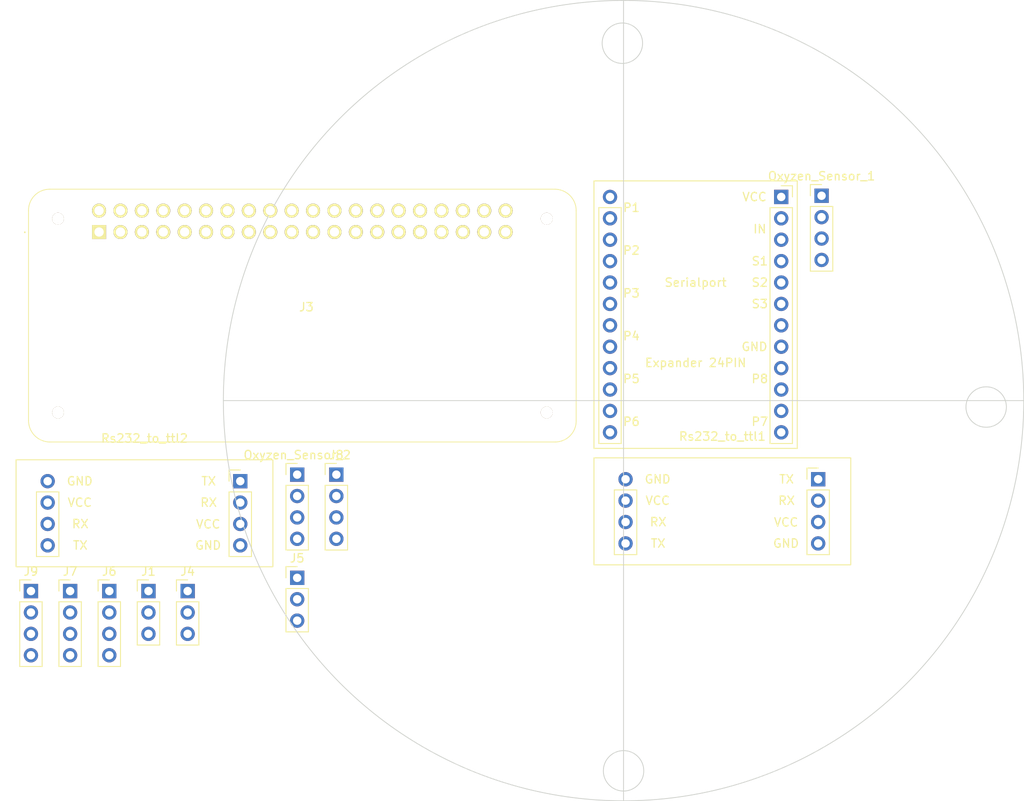
<source format=kicad_pcb>
(kicad_pcb (version 20211014) (generator pcbnew)
  (layers (0 "F.Cu" signal) (31 "B.Cu" signal) (34 "B.Paste" user) (35 "F.Paste" user) (36 "B.SilkS" user "B.Silkscreen") (37 "F.SilkS" user "F.Silkscreen") (38 "B.Mask" user) (39 "F.Mask" user) (44 "Edge.Cuts" user))
  (net 0 "")
  (net 1 "+5V")
  (net 2 "GND")
  (net 3 "+12V")
  (net 4 "/RX-IN")
  (net 5 "/TX-IN")
  (net 6 "/S1")
  (net 7 "/S2")
  (net 8 "/S3")
  (net 10 "/RX-P8")
  (net 11 "/TX-P8")
  (net 12 "/RX-P7")
  (net 13 "/TX-P7")
  (net 14 "/RX-P1")
  (net 15 "/TX-P1")
  (net 16 "/RX-P2")
  (net 17 "/TX-P2")
  (net 18 "/RX-P3")
  (net 19 "/TX-P3")
  (net 20 "/RX-P4")
  (net 21 "/TX-P4")
  (net 22 "/RX-P5")
  (net 23 "/TX-P5")
  (net 24 "/RX-P6")
  (net 25 "/TX-P6")
  (net 55 "Net-(Oxyzen_Sensor_1-Pad1)")
  (net 56 "Net-(Oxyzen_Sensor_1-Pad2)")
  (net 57 "Net-(Oxyzen_Sensor_2-Pad1)")
  (net 58 "Net-(Oxyzen_Sensor_2-Pad2)")
  (footprint "Connector_PinHeader_2.54mm:PinHeader_1x04_P2.54mm_Vertical" (layer "F.Cu") (at 125.932 84.224)
    (fp_text reference "J8" (at 0 -2.33) (layer "F.SilkS"))
    (fp_text value "Light_Sensor")
    (fp_line (start -1.33 -1.33) (end 0 -1.33) (layer "F.SilkS") (width 0.12))
    (fp_line (start -1.33 1.27) (end -1.33 8.95) (layer "F.SilkS") (width 0.12))
    (fp_line (start -1.33 0) (end -1.33 -1.33) (layer "F.SilkS") (width 0.12))
    (fp_line (start 1.33 1.27) (end 1.33 8.95) (layer "F.SilkS") (width 0.12))
    (fp_line (start -1.33 8.95) (end 1.33 8.95) (layer "F.SilkS") (width 0.12))
    (fp_line (start -1.33 1.27) (end 1.33 1.27) (layer "F.SilkS") (width 0.12))
    (pad "1" thru_hole rect (at 0 0) (size 1.7 1.7) (drill 1) (layers *.Cu *.Mask) (net 1 "+5V"))
    (pad "2" thru_hole oval (at 0 2.54) (size 1.7 1.7) (drill 1) (layers *.Cu *.Mask) (net 18 "/RX-P3"))
    (pad "3" thru_hole oval (at 0 5.08) (size 1.7 1.7) (drill 1) (layers *.Cu *.Mask) (net 19 "/TX-P3"))
    (pad "4" thru_hole oval (at 0 7.62) (size 1.7 1.7) (drill 1) (layers *.Cu *.Mask) (net 2 "GND"))
  )
  (footprint "Connector_PinHeader_2.54mm:PinHeader_1x03_P2.54mm_Vertical" (layer "F.Cu") (at 108.282 98.044)
    (fp_text reference "J4" (at 0 -2.33) (layer "F.SilkS"))
    (fp_text value "P_Out_1")
    (fp_line (start -1.33 1.27) (end 1.33 1.27) (layer "F.SilkS") (width 0.12))
    (fp_line (start -1.33 -1.33) (end 0 -1.33) (layer "F.SilkS") (width 0.12))
    (fp_line (start -1.33 6.41) (end 1.33 6.41) (layer "F.SilkS") (width 0.12))
    (fp_line (start -1.33 1.27) (end -1.33 6.41) (layer "F.SilkS") (width 0.12))
    (fp_line (start -1.33 0) (end -1.33 -1.33) (layer "F.SilkS") (width 0.12))
    (fp_line (start 1.33 1.27) (end 1.33 6.41) (layer "F.SilkS") (width 0.12))
    (pad "1" thru_hole rect (at 0 0) (size 1.7 1.7) (drill 1) (layers *.Cu *.Mask) (net 3 "+12V"))
    (pad "2" thru_hole oval (at 0 2.54) (size 1.7 1.7) (drill 1) (layers *.Cu *.Mask) (net 2 "GND"))
    (pad "3" thru_hole oval (at 0 5.08) (size 1.7 1.7) (drill 1) (layers *.Cu *.Mask) (net 1 "+5V"))
  )
  (footprint "serialport expander 2x12pin 2.54mm:Rs232 to TTL" (layer "F.Cu") (at 171.747 87.309)
    (fp_text reference "Rs232_to_ttl1" (at 0 -7.62 unlocked) (layer "F.SilkS"))
    (fp_text value "Conn_02x04_Counter_Clockwise")
    (fp_text user "VCC" (at -7.68 0 unlocked) (layer "F.SilkS"))
    (fp_text user "TX" (at -7.62 5.08 unlocked) (layer "F.SilkS"))
    (fp_text user "TX" (at 7.62 -2.54 unlocked) (layer "F.SilkS"))
    (fp_text user "RX" (at -7.62 2.54 unlocked) (layer "F.SilkS"))
    (fp_text user "RX" (at 7.62 0 unlocked) (layer "F.SilkS"))
    (fp_text user "GND" (at 7.56 5.08 unlocked) (layer "F.SilkS"))
    (fp_text user "VCC" (at 7.56 2.57 unlocked) (layer "F.SilkS"))
    (fp_text user "GND" (at -7.68 -2.54 unlocked) (layer "F.SilkS"))
    (fp_line (start -10.16 -1.27) (end -10.16 6.41) (layer "F.SilkS") (width 0.12))
    (fp_line (start 12.7 -1.27) (end 12.7 6.41) (layer "F.SilkS") (width 0.12))
    (fp_line (start 10.04 -2.54) (end 10.04 -3.87) (layer "F.SilkS") (width 0.12))
    (fp_line (start 10.04 -1.27) (end 12.7 -1.27) (layer "F.SilkS") (width 0.12))
    (fp_line (start 10.04 6.41) (end 12.7 6.41) (layer "F.SilkS") (width 0.12))
    (fp_line (start -12.82 -1.27) (end -12.82 6.41) (layer "F.SilkS") (width 0.12))
    (fp_line (start 10.04 -1.27) (end 10.04 6.41) (layer "F.SilkS") (width 0.12))
    (fp_line (start -12.82 -1.27) (end -10.16 -1.27) (layer "F.SilkS") (width 0.12))
    (fp_line (start -12.82 6.41) (end -10.16 6.41) (layer "F.SilkS") (width 0.12))
    (fp_line (start 10.04 -3.87) (end 11.37 -3.87) (layer "F.SilkS") (width 0.12))
    (fp_rect (start -15.24 -5.08) (end 15.24 7.62) (layer "F.SilkS") (width 0.12) (fill none))
    (pad "1" thru_hole circle (at -11.49 -2.54) (size 1.7 1.7) (drill 1) (layers *.Cu *.Mask) (net 2 "GND"))
    (pad "2" thru_hole oval (at -11.49 0) (size 1.7 1.7) (drill 1) (layers *.Cu *.Mask) (net 1 "+5V"))
    (pad "3" thru_hole oval (at -11.49 2.54) (size 1.7 1.7) (drill 1) (layers *.Cu *.Mask) (net 14 "/RX-P1"))
    (pad "4" thru_hole oval (at -11.49 5.08) (size 1.7 1.7) (drill 1) (layers *.Cu *.Mask) (net 15 "/TX-P1"))
    (pad "5" thru_hole oval (at 11.37 5.08) (size 1.7 1.7) (drill 1) (layers *.Cu *.Mask) (net 2 "GND"))
    (pad "6" thru_hole oval (at 11.37 2.54) (size 1.7 1.7) (drill 1) (layers *.Cu *.Mask))
    (pad "7" thru_hole oval (at 11.37 0) (size 1.7 1.7) (drill 1) (layers *.Cu *.Mask) (net 56 "Net-(Oxyzen_Sensor_1-Pad2)"))
    (pad "8" thru_hole rect (at 11.37 -2.54) (size 1.7 1.7) (drill 1) (layers *.Cu *.Mask) (net 55 "Net-(Oxyzen_Sensor_1-Pad1)"))
  )
  (footprint "Connector_PinHeader_2.54mm:PinHeader_1x04_P2.54mm_Vertical" (layer "F.Cu") (at 121.282 84.224)
    (fp_text reference "Oxyzen_Sensor_2" (at 0 -2.33) (layer "F.SilkS"))
    (fp_text value "Conn_01x04")
    (fp_line (start -1.33 1.27) (end 1.33 1.27) (layer "F.SilkS") (width 0.12))
    (fp_line (start -1.33 1.27) (end -1.33 8.95) (layer "F.SilkS") (width 0.12))
    (fp_line (start -1.33 -1.33) (end 0 -1.33) (layer "F.SilkS") (width 0.12))
    (fp_line (start -1.33 0) (end -1.33 -1.33) (layer "F.SilkS") (width 0.12))
    (fp_line (start 1.33 1.27) (end 1.33 8.95) (layer "F.SilkS") (width 0.12))
    (fp_line (start -1.33 8.95) (end 1.33 8.95) (layer "F.SilkS") (width 0.12))
    (pad "1" thru_hole rect (at 0 0) (size 1.7 1.7) (drill 1) (layers *.Cu *.Mask) (net 57 "Net-(Oxyzen_Sensor_2-Pad1)"))
    (pad "2" thru_hole oval (at 0 2.54) (size 1.7 1.7) (drill 1) (layers *.Cu *.Mask) (net 58 "Net-(Oxyzen_Sensor_2-Pad2)"))
    (pad "3" thru_hole oval (at 0 5.08) (size 1.7 1.7) (drill 1) (layers *.Cu *.Mask) (net 1 "+5V"))
    (pad "4" thru_hole oval (at 0 7.62) (size 1.7 1.7) (drill 1) (layers *.Cu *.Mask) (net 2 "GND"))
  )
  (footprint "Connector_PinHeader_2.54mm:PinHeader_1x04_P2.54mm_Vertical" (layer "F.Cu") (at 98.982 98.044)
    (fp_text reference "J6" (at 0 -2.33) (layer "F.SilkS"))
    (fp_text value "Stir_Motor_RXTX")
    (fp_line (start -1.33 8.95) (end 1.33 8.95) (layer "F.SilkS") (width 0.12))
    (fp_line (start -1.33 -1.33) (end 0 -1.33) (layer "F.SilkS") (width 0.12))
    (fp_line (start 1.33 1.27) (end 1.33 8.95) (layer "F.SilkS") (width 0.12))
    (fp_line (start -1.33 1.27) (end 1.33 1.27) (layer "F.SilkS") (width 0.12))
    (fp_line (start -1.33 0) (end -1.33 -1.33) (layer "F.SilkS") (width 0.12))
    (fp_line (start -1.33 1.27) (end -1.33 8.95) (layer "F.SilkS") (width 0.12))
    (pad "1" thru_hole rect (at 0 0) (size 1.7 1.7) (drill 1) (layers *.Cu *.Mask) (net 21 "/TX-P4"))
    (pad "2" thru_hole oval (at 0 2.54) (size 1.7 1.7) (drill 1) (layers *.Cu *.Mask) (net 20 "/RX-P4"))
    (pad "3" thru_hole oval (at 0 5.08) (size 1.7 1.7) (drill 1) (layers *.Cu *.Mask) (net 23 "/TX-P5"))
    (pad "4" thru_hole oval (at 0 7.62) (size 1.7 1.7) (drill 1) (layers *.Cu *.Mask) (net 22 "/RX-P5"))
  )
  (footprint "Connector_PinHeader_2.54mm:PinHeader_1x04_P2.54mm_Vertical" (layer "F.Cu") (at 183.522 51.124)
    (fp_text reference "Oxyzen_Sensor_1" (at 0 -2.33) (layer "F.SilkS"))
    (fp_text value "Conn_01x04")
    (fp_line (start -1.33 8.95) (end 1.33 8.95) (layer "F.SilkS") (width 0.12))
    (fp_line (start 1.33 1.27) (end 1.33 8.95) (layer "F.SilkS") (width 0.12))
    (fp_line (start -1.33 1.27) (end -1.33 8.95) (layer "F.SilkS") (width 0.12))
    (fp_line (start -1.33 -1.33) (end 0 -1.33) (layer "F.SilkS") (width 0.12))
    (fp_line (start -1.33 0) (end -1.33 -1.33) (layer "F.SilkS") (width 0.12))
    (fp_line (start -1.33 1.27) (end 1.33 1.27) (layer "F.SilkS") (width 0.12))
    (pad "1" thru_hole rect (at 0 0) (size 1.7 1.7) (drill 1) (layers *.Cu *.Mask) (net 55 "Net-(Oxyzen_Sensor_1-Pad1)"))
    (pad "2" thru_hole oval (at 0 2.54) (size 1.7 1.7) (drill 1) (layers *.Cu *.Mask) (net 56 "Net-(Oxyzen_Sensor_1-Pad2)"))
    (pad "3" thru_hole oval (at 0 5.08) (size 1.7 1.7) (drill 1) (layers *.Cu *.Mask) (net 1 "+5V"))
    (pad "4" thru_hole oval (at 0 7.62) (size 1.7 1.7) (drill 1) (layers *.Cu *.Mask) (net 2 "GND"))
  )
  (footprint "Connector_PinHeader_2.54mm:PinHeader_1x03_P2.54mm_Vertical" (layer "F.Cu") (at 121.282 96.474)
    (fp_text reference "J5" (at 0 -2.33) (layer "F.SilkS"))
    (fp_text value "P_Out_2")
    (fp_line (start -1.33 1.27) (end -1.33 6.41) (layer "F.SilkS") (width 0.12))
    (fp_line (start 1.33 1.27) (end 1.33 6.41) (layer "F.SilkS") (width 0.12))
    (fp_line (start -1.33 6.41) (end 1.33 6.41) (layer "F.SilkS") (width 0.12))
    (fp_line (start -1.33 0) (end -1.33 -1.33) (layer "F.SilkS") (width 0.12))
    (fp_line (start -1.33 -1.33) (end 0 -1.33) (layer "F.SilkS") (width 0.12))
    (fp_line (start -1.33 1.27) (end 1.33 1.27) (layer "F.SilkS") (width 0.12))
    (pad "1" thru_hole rect (at 0 0) (size 1.7 1.7) (drill 1) (layers *.Cu *.Mask) (net 3 "+12V"))
    (pad "2" thru_hole oval (at 0 2.54) (size 1.7 1.7) (drill 1) (layers *.Cu *.Mask) (net 2 "GND"))
    (pad "3" thru_hole oval (at 0 5.08) (size 1.7 1.7) (drill 1) (layers *.Cu *.Mask) (net 1 "+5V"))
  )
  (footprint "Connector_PinHeader_2.54mm:PinHeader_1x04_P2.54mm_Vertical" (layer "F.Cu") (at 94.332 98.044)
    (fp_text reference "J7" (at 0 -2.33) (layer "F.SilkS"))
    (fp_text value "Fill_Motor_RXTX")
    (fp_line (start -1.33 -1.33) (end 0 -1.33) (layer "F.SilkS") (width 0.12))
    (fp_line (start -1.33 8.95) (end 1.33 8.95) (layer "F.SilkS") (width 0.12))
    (fp_line (start -1.33 1.27) (end -1.33 8.95) (layer "F.SilkS") (width 0.12))
    (fp_line (start 1.33 1.27) (end 1.33 8.95) (layer "F.SilkS") (width 0.12))
    (fp_line (start -1.33 0) (end -1.33 -1.33) (layer "F.SilkS") (width 0.12))
    (fp_line (start -1.33 1.27) (end 1.33 1.27) (layer "F.SilkS") (width 0.12))
    (pad "1" thru_hole rect (at 0 0) (size 1.7 1.7) (drill 1) (layers *.Cu *.Mask) (net 25 "/TX-P6"))
    (pad "2" thru_hole oval (at 0 2.54) (size 1.7 1.7) (drill 1) (layers *.Cu *.Mask) (net 24 "/RX-P6"))
    (pad "3" thru_hole oval (at 0 5.08) (size 1.7 1.7) (drill 1) (layers *.Cu *.Mask) (net 13 "/TX-P7"))
    (pad "4" thru_hole oval (at 0 7.62) (size 1.7 1.7) (drill 1) (layers *.Cu *.Mask) (net 12 "/RX-P7"))
  )
  (footprint "Connector_PinHeader_2.54mm:PinHeader_1x03_P2.54mm_Vertical" (layer "F.Cu") (at 103.632 98.044)
    (fp_text reference "J1" (at 0 -2.33) (layer "F.SilkS"))
    (fp_text value "Power_IN")
    (fp_line (start -1.33 -1.33) (end 0 -1.33) (layer "F.SilkS") (width 0.12))
    (fp_line (start -1.33 1.27) (end -1.33 6.41) (layer "F.SilkS") (width 0.12))
    (fp_line (start -1.33 6.41) (end 1.33 6.41) (layer "F.SilkS") (width 0.12))
    (fp_line (start -1.33 1.27) (end 1.33 1.27) (layer "F.SilkS") (width 0.12))
    (fp_line (start 1.33 1.27) (end 1.33 6.41) (layer "F.SilkS") (width 0.12))
    (fp_line (start -1.33 0) (end -1.33 -1.33) (layer "F.SilkS") (width 0.12))
    (pad "1" thru_hole rect (at 0 0) (size 1.7 1.7) (drill 1) (layers *.Cu *.Mask) (net 1 "+5V"))
    (pad "2" thru_hole oval (at 0 2.54) (size 1.7 1.7) (drill 1) (layers *.Cu *.Mask) (net 2 "GND"))
    (pad "3" thru_hole oval (at 0 5.08) (size 1.7 1.7) (drill 1) (layers *.Cu *.Mask) (net 3 "+12V"))
  )
  (footprint "Connector_PinHeader_2.54mm:PinHeader_1x04_P2.54mm_Vertical" (layer "F.Cu") (at 89.682 98.044)
    (fp_text reference "J9" (at 0 -2.33) (layer "F.SilkS"))
    (fp_text value "GUI_PORT")
    (fp_line (start -1.33 0) (end -1.33 -1.33) (layer "F.SilkS") (width 0.12))
    (fp_line (start -1.33 -1.33) (end 0 -1.33) (layer "F.SilkS") (width 0.12))
    (fp_line (start -1.33 1.27) (end -1.33 8.95) (layer "F.SilkS") (width 0.12))
    (fp_line (start 1.33 1.27) (end 1.33 8.95) (layer "F.SilkS") (width 0.12))
    (fp_line (start -1.33 8.95) (end 1.33 8.95) (layer "F.SilkS") (width 0.12))
    (fp_line (start -1.33 1.27) (end 1.33 1.27) (layer "F.SilkS") (width 0.12))
    (pad "1" thru_hole rect (at 0 0) (size 1.7 1.7) (drill 1) (layers *.Cu *.Mask) (net 1 "+5V"))
    (pad "2" thru_hole oval (at 0 2.54) (size 1.7 1.7) (drill 1) (layers *.Cu *.Mask) (net 10 "/RX-P8"))
    (pad "3" thru_hole oval (at 0 5.08) (size 1.7 1.7) (drill 1) (layers *.Cu *.Mask) (net 11 "/TX-P8"))
    (pad "4" thru_hole oval (at 0 7.62) (size 1.7 1.7) (drill 1) (layers *.Cu *.Mask) (net 2 "GND"))
  )
  (footprint "serialport expander 2x12pin 2.54mm:Zero_2" (layer "F.Cu") (at 122.377 64.839)
    (fp_text reference "J3" (at 0 -0.5 unlocked) (layer "F.SilkS"))
    (fp_text value "RaspberryPi_Zero_2_W")
    (fp_line (start -30.48 15.51) (end 29.52 15.51) (layer "F.SilkS") (width 0.1))
    (fp_line (start -32.98 -11.95) (end -32.98 12.97) (layer "F.SilkS") (width 0.1))
    (fp_line (start 29.52 -14.49) (end -30.48 -14.49) (layer "F.SilkS") (width 0.1))
    (fp_line (start 32.02 12.97) (end 32.02 -11.95) (layer "F.SilkS") (width 0.1))
    (fp_line (start -33.42 -9.33) (end -33.42 -9.33) (layer "F.SilkS") (width 0.1))
    (fp_line (start -33.42 -9.43) (end -33.42 -9.43) (layer "F.SilkS") (width 0.1))
    (fp_arc (start -33.42 -9.33) (mid -33.47 -9.38) (end -33.42 -9.43) (layer "F.SilkS") (width 0.1))
    (fp_arc (start -30.484015 15.509933) (mid -32.251564 14.750534) (end -32.98 12.97) (layer "F.SilkS") (width 0.1))
    (fp_arc (start -32.980061 -11.953955) (mid -32.260456 -13.744877) (end -30.48 -14.49) (layer "F.SilkS") (width 0.1))
    (fp_arc (start 32.020061 12.973955) (mid 31.300456 14.764877) (end 29.52 15.51) (layer "F.SilkS") (width 0.1))
    (fp_arc (start -33.42 -9.43) (mid -33.37 -9.38) (end -33.42 -9.33) (layer "F.SilkS") (width 0.1))
    (fp_arc (start 29.524015 -14.489933) (mid 31.291577 -13.730541) (end 32.02 -11.95) (layer "F.SilkS") (width 0.1))
    (pad "1" thru_hole rect (at -24.61 -9.41 90) (size 1.665 1.665) (drill 1.11) (layers *.Cu *.Mask "F.SilkS"))
    (pad "2" thru_hole circle (at -24.61 -11.95 90) (size 1.665 1.665) (drill 1.11) (layers *.Cu *.Mask "F.SilkS") (net 1 "+5V"))
    (pad "3" thru_hole circle (at -22.07 -9.41 90) (size 1.665 1.665) (drill 1.11) (layers *.Cu *.Mask "F.SilkS"))
    (pad "4" thru_hole circle (at -22.07 -11.95 90) (size 1.665 1.665) (drill 1.11) (layers *.Cu *.Mask "F.SilkS") (net 1 "+5V"))
    (pad "5" thru_hole circle (at -19.53 -9.41 90) (size 1.665 1.665) (drill 1.11) (layers *.Cu *.Mask "F.SilkS"))
    (pad "6" thru_hole circle (at -19.53 -11.95 90) (size 1.665 1.665) (drill 1.11) (layers *.Cu *.Mask "F.SilkS") (net 2 "GND"))
    (pad "7" thru_hole circle (at -16.99 -9.41 90) (size 1.665 1.665) (drill 1.11) (layers *.Cu *.Mask "F.SilkS"))
    (pad "8" thru_hole circle (at -16.99 -11.95 90) (size 1.665 1.665) (drill 1.11) (layers *.Cu *.Mask "F.SilkS") (net 4 "/RX-IN"))
    (pad "9" thru_hole circle (at -14.45 -9.41 90) (size 1.665 1.665) (drill 1.11) (layers *.Cu *.Mask "F.SilkS") (net 2 "GND"))
    (pad "10" thru_hole circle (at -14.45 -11.95 90) (size 1.665 1.665) (drill 1.11) (layers *.Cu *.Mask "F.SilkS") (net 5 "/TX-IN"))
    (pad "11" thru_hole circle (at -11.91 -9.41 90) (size 1.665 1.665) (drill 1.11) (layers *.Cu *.Mask "F.SilkS"))
    (pad "12" thru_hole circle (at -11.91 -11.95 90) (size 1.665 1.665) (drill 1.11) (layers *.Cu *.Mask "F.SilkS"))
    (pad "13" thru_hole circle (at -9.37 -9.41 90) (size 1.665 1.665) (drill 1.11) (layers *.Cu *.Mask "F.SilkS"))
    (pad "14" thru_hole circle (at -9.37 -11.95 90) (size 1.665 1.665) (drill 1.11) (layers *.Cu *.Mask "F.SilkS") (net 2 "GND"))
    (pad "15" thru_hole circle (at -6.83 -9.41 90) (size 1.665 1.665) (drill 1.11) (layers *.Cu *.Mask "F.SilkS"))
    (pad "16" thru_hole circle (at -6.83 -11.95 90) (size 1.665 1.665) (drill 1.11) (layers *.Cu *.Mask "F.SilkS"))
    (pad "17" thru_hole circle (at -4.29 -9.41 90) (size 1.665 1.665) (drill 1.11) (layers *.Cu *.Mask "F.SilkS"))
    (pad "18" thru_hole circle (at -4.29 -11.95 90) (size 1.665 1.665) (drill 1.11) (layers *.Cu *.Mask "F.SilkS"))
    (pad "19" thru_hole circle (at -1.75 -9.41 90) (size 1.665 1.665) (drill 1.11) (layers *.Cu *.Mask "F.SilkS"))
    (pad "20" thru_hole circle (at -1.75 -11.95 90) (size 1.665 1.665) (drill 1.11) (layers *.Cu *.Mask "F.SilkS") (net 2 "GND"))
    (pad "21" thru_hole circle (at 0.79 -9.41 90) (size 1.665 1.665) (drill 1.11) (layers *.Cu *.Mask "F.SilkS"))
    (pad "22" thru_hole circle (at 0.79 -11.95 90) (size 1.665 1.665) (drill 1.11) (layers *.Cu *.Mask "F.SilkS"))
    (pad "23" thru_hole circle (at 3.33 -9.41 90) (size 1.665 1.665) (drill 1.11) (layers *.Cu *.Mask "F.SilkS"))
    (pad "24" thru_hole circle (at 3.33 -11.95 90) (size 1.665 1.665) (drill 1.11) (layers *.Cu *.Mask "F.SilkS"))
    (pad "25" thru_hole circle (at 5.87 -9.41 90) (size 1.665 1.665) (drill 1.11) (layers *.Cu *.Mask "F.SilkS") (net 2 "GND"))
    (pad "26" thru_hole circle (at 5.87 -11.95 90) (size 1.665 1.665) (drill 1.11) (layers *.Cu *.Mask "F.SilkS"))
    (pad "27" thru_hole circle (at 8.41 -9.41 90) (size 1.665 1.665) (drill 1.11) (layers *.Cu *.Mask "F.SilkS"))
    (pad "28" thru_hole circle (at 8.41 -11.95 90) (size 1.665 1.665) (drill 1.11) (layers *.Cu *.Mask "F.SilkS"))
    (pad "29" thru_hole circle (at 10.95 -9.41 90) (size 1.665 1.665) (drill 1.11) (layers *.Cu *.Mask "F.SilkS"))
    (pad "30" thru_hole circle (at 10.95 -11.95 90) (size 1.665 1.665) (drill 1.11) (layers *.Cu *.Mask "F.SilkS") (net 2 "GND"))
    (pad "31" thru_hole circle (at 13.49 -9.41 90) (size 1.665 1.665) (drill 1.11) (layers *.Cu *.Mask "F.SilkS"))
    (pad "32" thru_hole circle (at 13.49 -11.95 90) (size 1.665 1.665) (drill 1.11) (layers *.Cu *.Mask "F.SilkS"))
    (pad "33" thru_hole circle (at 16.03 -9.41 90) (size 1.665 1.665) (drill 1.11) (layers *.Cu *.Mask "F.SilkS"))
    (pad "34" thru_hole circle (at 16.03 -11.95 90) (size 1.665 1.665) (drill 1.11) (layers *.Cu *.Mask "F.SilkS") (net 2 "GND"))
    (pad "35" thru_hole circle (at 18.57 -9.41 90) (size 1.665 1.665) (drill 1.11) (layers *.Cu *.Mask "F.SilkS"))
    (pad "36" thru_hole circle (at 18.57 -11.95 90) (size 1.665 1.665) (drill 1.11) (layers *.Cu *.Mask "F.SilkS") (net 6 "/S1"))
    (pad "37" thru_hole circle (at 21.11 -9.41 90) (size 1.665 1.665) (drill 1.11) (layers *.Cu *.Mask "F.SilkS"))
    (pad "38" thru_hole circle (at 21.11 -11.95 90) (size 1.665 1.665) (drill 1.11) (layers *.Cu *.Mask "F.SilkS") (net 7 "/S2"))
    (pad "39" thru_hole circle (at 23.65 -9.41 90) (size 1.665 1.665) (drill 1.11) (layers *.Cu *.Mask "F.SilkS") (net 2 "GND"))
    (pad "40" thru_hole circle (at 23.65 -11.95 90) (size 1.665 1.665) (drill 1.11) (layers *.Cu *.Mask "F.SilkS") (net 8 "/S3"))
    (pad "MH1" thru_hole circle (at -29.48 -10.99 90) (size 1.4 1.4) (drill 2.8) (layers *.Cu *.Mask "F.SilkS"))
    (pad "MH2" thru_hole circle (at -29.48 12.01 90) (size 1.4 1.4) (drill 2.8) (layers *.Cu *.Mask "F.SilkS"))
    (pad "MH3" thru_hole circle (at 28.52 12.01 90) (size 1.4 1.4) (drill 2.8) (layers *.Cu *.Mask "F.SilkS"))
    (pad "MH4" thru_hole circle (at 28.52 -10.99 90) (size 1.4 1.4) (drill 2.8) (layers *.Cu *.Mask "F.SilkS"))
  )
  (footprint "serialport expander 2x12pin 2.54mm:serialport expander 2x12pin 2.54mm" (layer "F.Cu") (at 168.572 66.504)
    (fp_text reference "J2" hide)
    (fp_text value "SerialPortExpander")
    (fp_text user "S1" (at 7.62 -7.62 unlocked) (layer "F.SilkS"))
    (fp_text user "P2" (at -7.62 -8.89 unlocked) (layer "F.SilkS"))
    (fp_text user "VCC" (at 6.985 -15.24 unlocked) (layer "F.SilkS"))
    (fp_text user "P4" (at -7.62 1.27 unlocked) (layer "F.SilkS"))
    (fp_text user "S2" (at 7.62 -5.08 unlocked) (layer "F.SilkS"))
    (fp_text user "P7" (at 7.62 11.43 unlocked) (layer "F.SilkS"))
    (fp_text user "Serialport" (at 0 -5.08 unlocked) (layer "F.SilkS"))
    (fp_text user "Expander 24PIN" (at 0 4.445 unlocked) (layer "F.SilkS"))
    (fp_text user "IN" (at 7.62 -11.43 unlocked) (layer "F.SilkS"))
    (fp_text user "S3" (at 7.62 -2.54 unlocked) (layer "F.SilkS"))
    (fp_text user "P6" (at -7.62 11.43 unlocked) (layer "F.SilkS"))
    (fp_text user "P1" (at -7.62 -13.97 unlocked) (layer "F.SilkS"))
    (fp_text user "P8" (at 7.62 6.35 unlocked) (layer "F.SilkS"))
    (fp_text user "P5" (at -7.62 6.35 unlocked) (layer "F.SilkS"))
    (fp_text user "P3" (at -7.62 -3.81 unlocked) (layer "F.SilkS"))
    (fp_text user "GND" (at 6.985 2.54 unlocked) (layer "F.SilkS"))
    (fp_line (start 11.49 -15.24) (end 11.49 -16.57) (layer "F.SilkS") (width 0.12))
    (fp_line (start 11.49 14.03) (end 8.83 14.03) (layer "F.SilkS") (width 0.12))
    (fp_line (start -12.065 14.605) (end -12.065 -17.145) (layer "F.SilkS") (width 0.12))
    (fp_line (start 8.83 -13.97) (end 8.83 14.03) (layer "F.SilkS") (width 0.12))
    (fp_line (start 11.49 -13.97) (end 8.83 -13.97) (layer "F.SilkS") (width 0.12))
    (fp_line (start 12.065 14.605) (end -12.065 14.605) (layer "F.SilkS") (width 0.12))
    (fp_line (start 11.49 -13.97) (end 11.49 14.03) (layer "F.SilkS") (width 0.12))
    (fp_line (start -8.83 -13.97) (end -11.49 -13.97) (layer "F.SilkS") (width 0.12))
    (fp_line (start 12.065 -17.145) (end 12.065 14.605) (layer "F.SilkS") (width 0.12))
    (fp_line (start -11.49 -13.97) (end -11.49 14.03) (layer "F.SilkS") (width 0.12))
    (fp_line (start -8.83 -13.97) (end -8.83 14.03) (layer "F.SilkS") (width 0.12))
    (fp_line (start -12.065 -17.145) (end 12.065 -17.145) (layer "F.SilkS") (width 0.12))
    (fp_line (start 11.49 -16.57) (end 10.16 -16.57) (layer "F.SilkS") (width 0.12))
    (fp_line (start -8.83 14.03) (end -11.49 14.03) (layer "F.SilkS") (width 0.12))
    (pad "1" thru_hole rect (at 10.16 -15.24) (size 1.7 1.7) (drill 1) (layers *.Cu *.Mask) (net 1 "+5V"))
    (pad "2" thru_hole oval (at 10.16 -12.7) (size 1.7 1.7) (drill 1) (layers *.Cu *.Mask) (net 4 "/RX-IN"))
    (pad "3" thru_hole oval (at 10.16 -10.16) (size 1.7 1.7) (drill 1) (layers *.Cu *.Mask) (net 5 "/TX-IN"))
    (pad "4" thru_hole oval (at 10.16 -7.62) (size 1.7 1.7) (drill 1) (layers *.Cu *.Mask) (net 6 "/S1"))
    (pad "5" thru_hole oval (at 10.16 -5.08) (size 1.7 1.7) (drill 1) (layers *.Cu *.Mask) (net 7 "/S2"))
    (pad "6" thru_hole oval (at 10.16 -2.54) (size 1.7 1.7) (drill 1) (layers *.Cu *.Mask) (net 8 "/S3"))
    (pad "7" thru_hole oval (at 10.16 0) (size 1.7 1.7) (drill 1) (layers *.Cu *.Mask))
    (pad "8" thru_hole oval (at 10.16 2.54) (size 1.7 1.7) (drill 1) (layers *.Cu *.Mask) (net 2 "GND"))
    (pad "9" thru_hole oval (at 10.16 5.08) (size 1.7 1.7) (drill 1) (layers *.Cu *.Mask) (net 10 "/RX-P8"))
    (pad "10" thru_hole oval (at 10.16 7.62) (size 1.7 1.7) (drill 1) (layers *.Cu *.Mask) (net 11 "/TX-P8"))
    (pad "11" thru_hole oval (at 10.16 10.16) (size 1.7 1.7) (drill 1) (layers *.Cu *.Mask) (net 12 "/RX-P7"))
    (pad "12" thru_hole oval (at 10.16 12.7) (size 1.7 1.7) (drill 1) (layers *.Cu *.Mask) (net 13 "/TX-P7"))
    (pad "13" thru_hole circle (at -10.16 -15.24) (size 1.7 1.7) (drill 1) (layers *.Cu *.Mask) (net 14 "/RX-P1"))
    (pad "14" thru_hole oval (at -10.16 -12.7) (size 1.7 1.7) (drill 1) (layers *.Cu *.Mask) (net 15 "/TX-P1"))
    (pad "15" thru_hole oval (at -10.16 -10.16) (size 1.7 1.7) (drill 1) (layers *.Cu *.Mask) (net 16 "/RX-P2"))
    (pad "16" thru_hole oval (at -10.16 -7.62) (size 1.7 1.7) (drill 1) (layers *.Cu *.Mask) (net 17 "/TX-P2"))
    (pad "17" thru_hole oval (at -10.16 -5.08) (size 1.7 1.7) (drill 1) (layers *.Cu *.Mask) (net 18 "/RX-P3"))
    (pad "18" thru_hole oval (at -10.16 -2.54) (size 1.7 1.7) (drill 1) (layers *.Cu *.Mask) (net 19 "/TX-P3"))
    (pad "19" thru_hole oval (at -10.16 0) (size 1.7 1.7) (drill 1) (layers *.Cu *.Mask) (net 20 "/RX-P4"))
    (pad "20" thru_hole oval (at -10.16 2.54) (size 1.7 1.7) (drill 1) (layers *.Cu *.Mask) (net 21 "/TX-P4"))
    (pad "21" thru_hole oval (at -10.16 5.08) (size 1.7 1.7) (drill 1) (layers *.Cu *.Mask) (net 22 "/RX-P5"))
    (pad "22" thru_hole oval (at -10.16 7.62) (size 1.7 1.7) (drill 1) (layers *.Cu *.Mask) (net 23 "/TX-P5"))
    (pad "23" thru_hole oval (at -10.16 10.16) (size 1.7 1.7) (drill 1) (layers *.Cu *.Mask) (net 24 "/RX-P6"))
    (pad "24" thru_hole oval (at -10.16 12.7) (size 1.7 1.7) (drill 1) (layers *.Cu *.Mask) (net 25 "/TX-P6"))
  )
  (footprint "serialport expander 2x12pin 2.54mm:Rs232 to TTL" (layer "F.Cu") (at 103.157 87.539)
    (fp_text reference "Rs232_to_ttl2" (at 0 -7.62 unlocked) (layer "F.SilkS"))
    (fp_text value "Conn_02x04_Counter_Clockwise")
    (fp_text user "GND" (at 7.56 5.08 unlocked) (layer "F.SilkS"))
    (fp_text user "RX" (at -7.62 2.54 unlocked) (layer "F.SilkS"))
    (fp_text user "TX" (at 7.62 -2.54 unlocked) (layer "F.SilkS"))
    (fp_text user "TX" (at -7.62 5.08 unlocked) (layer "F.SilkS"))
    (fp_text user "VCC" (at 7.56 2.57 unlocked) (layer "F.SilkS"))
    (fp_text user "VCC" (at -7.68 0 unlocked) (layer "F.SilkS"))
    (fp_text user "GND" (at -7.68 -2.54 unlocked) (layer "F.SilkS"))
    (fp_text user "RX" (at 7.62 0 unlocked) (layer "F.SilkS"))
    (fp_line (start 10.04 -1.27) (end 10.04 6.41) (layer "F.SilkS") (width 0.12))
    (fp_line (start 10.04 -2.54) (end 10.04 -3.87) (layer "F.SilkS") (width 0.12))
    (fp_line (start 10.04 -3.87) (end 11.37 -3.87) (layer "F.SilkS") (width 0.12))
    (fp_line (start -12.82 -1.27) (end -12.82 6.41) (layer "F.SilkS") (width 0.12))
    (fp_line (start -12.82 -1.27) (end -10.16 -1.27) (layer "F.SilkS") (width 0.12))
    (fp_line (start -12.82 6.41) (end -10.16 6.41) (layer "F.SilkS") (width 0.12))
    (fp_line (start -10.16 -1.27) (end -10.16 6.41) (layer "F.SilkS") (width 0.12))
    (fp_line (start 10.04 -1.27) (end 12.7 -1.27) (layer "F.SilkS") (width 0.12))
    (fp_line (start 10.04 6.41) (end 12.7 6.41) (layer "F.SilkS") (width 0.12))
    (fp_line (start 12.7 -1.27) (end 12.7 6.41) (layer "F.SilkS") (width 0.12))
    (fp_rect (start -15.24 -5.08) (end 15.24 7.62) (layer "F.SilkS") (width 0.12) (fill none))
    (pad "1" thru_hole circle (at -11.49 -2.54) (size 1.7 1.7) (drill 1) (layers *.Cu *.Mask) (net 2 "GND"))
    (pad "2" thru_hole oval (at -11.49 0) (size 1.7 1.7) (drill 1) (layers *.Cu *.Mask) (net 1 "+5V"))
    (pad "3" thru_hole oval (at -11.49 2.54) (size 1.7 1.7) (drill 1) (layers *.Cu *.Mask) (net 16 "/RX-P2"))
    (pad "4" thru_hole oval (at -11.49 5.08) (size 1.7 1.7) (drill 1) (layers *.Cu *.Mask) (net 17 "/TX-P2"))
    (pad "5" thru_hole oval (at 11.37 5.08) (size 1.7 1.7) (drill 1) (layers *.Cu *.Mask) (net 2 "GND"))
    (pad "6" thru_hole oval (at 11.37 2.54) (size 1.7 1.7) (drill 1) (layers *.Cu *.Mask))
    (pad "7" thru_hole oval (at 11.37 0) (size 1.7 1.7) (drill 1) (layers *.Cu *.Mask) (net 58 "Net-(Oxyzen_Sensor_2-Pad2)"))
    (pad "8" thru_hole rect (at 11.37 -2.54) (size 1.7 1.7) (drill 1) (layers *.Cu *.Mask) (net 57 "Net-(Oxyzen_Sensor_2-Pad1)"))
  )
  (gr_circle (center 160.02 75.44) (end 207.52 75.44) (layer "Edge.Cuts") (width 0.1) (fill none))
  (gr_line (start 207.52 75.44) (end 112.52 75.44) (layer "Edge.Cuts") (width 0.1))
  (gr_circle (center 160.02 119.38) (end 162.42 119.38) (layer "Edge.Cuts") (width 0.1) (fill none))
  (gr_circle (center 159.88 33.02) (end 162.28 33.02) (layer "Edge.Cuts") (width 0.1) (fill none))
  (gr_line (start 160.02 27.94) (end 160.02 122.94) (layer "Edge.Cuts") (width 0.1))
  (gr_circle (center 203.06 76.2) (end 205.46 76.2) (layer "Edge.Cuts") (width 0.1) (fill none))
)
</source>
